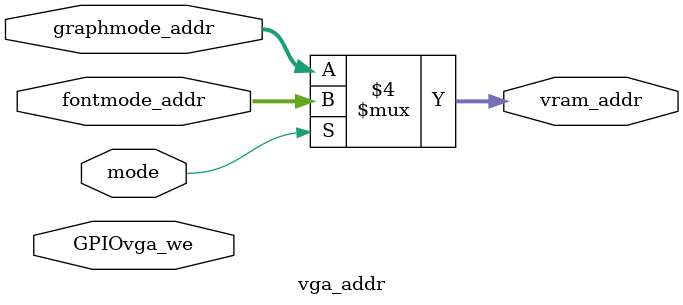
<source format=v>
`timescale 1ns / 1ps
module vga_addr(
input wire mode,
input wire GPIOvga_we,
input wire[15:0] fontmode_addr,
input wire[15:0] graphmode_addr,
output reg[15:0] vram_addr
    );

always@* begin
	
	if(mode==1) 
		vram_addr=fontmode_addr;
	else
		vram_addr=graphmode_addr;
end


endmodule

</source>
